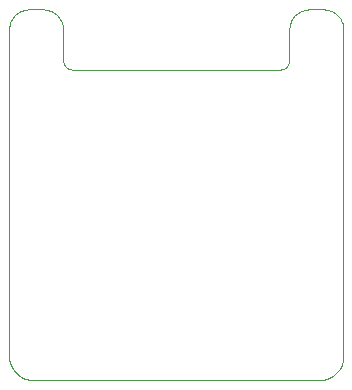
<source format=gko>
%TF.GenerationSoftware,KiCad,Pcbnew,4.0.7*%
%TF.CreationDate,2018-05-06T16:09:47+02:00*%
%TF.ProjectId,OLEDModule,4F4C45444D6F64756C652E6B69636164,rev?*%
%TF.FileFunction,Profile,NP*%
%FSLAX46Y46*%
G04 Gerber Fmt 4.6, Leading zero omitted, Abs format (unit mm)*
G04 Created by KiCad (PCBNEW 4.0.7) date 05/06/18 16:09:47*
%MOMM*%
%LPD*%
G01*
G04 APERTURE LIST*
%ADD10C,0.100000*%
G04 APERTURE END LIST*
D10*
X-23385451Y-34992733D02*
X-22157272Y-34992733D01*
X-24321979Y-34992733D02*
X-23385451Y-34992733D01*
X-25006390Y-34992733D02*
X-24321979Y-34992733D01*
X-25478219Y-34992733D02*
X-25006390Y-34992733D01*
X-25777001Y-34992733D02*
X-25478219Y-34992733D01*
X-25942272Y-34992733D02*
X-25777001Y-34992733D01*
X-26013567Y-34992733D02*
X-25942272Y-34992733D01*
X-26030419Y-34992733D02*
X-26013567Y-34992733D01*
X-26030869Y-34992733D02*
X-26030419Y-34992733D01*
X-26032473Y-34992733D02*
X-26030869Y-34992733D01*
X-26037950Y-34992733D02*
X-26032473Y-34992733D01*
X-26049686Y-34992733D02*
X-26037950Y-34992733D01*
X-26070067Y-34992733D02*
X-26049686Y-34992733D01*
X-26101480Y-34992733D02*
X-26070067Y-34992733D01*
X-26146311Y-34992733D02*
X-26101480Y-34992733D01*
X-26206947Y-34992733D02*
X-26146311Y-34992733D01*
X-26285760Y-34992729D02*
X-26206947Y-34992733D01*
X-26383492Y-34992110D02*
X-26285760Y-34992729D01*
X-26497678Y-34989081D02*
X-26383492Y-34992110D01*
X-26625480Y-34981707D02*
X-26497678Y-34989081D01*
X-26764060Y-34968055D02*
X-26625480Y-34981707D01*
X-26910580Y-34946188D02*
X-26764060Y-34968055D01*
X-27062201Y-34914174D02*
X-26910580Y-34946188D01*
X-27216086Y-34870077D02*
X-27062201Y-34914174D01*
X-27369396Y-34811963D02*
X-27216086Y-34870077D01*
X-27519442Y-34738272D02*
X-27369396Y-34811963D01*
X-27664415Y-34649664D02*
X-27519442Y-34738272D01*
X-27802833Y-34547622D02*
X-27664415Y-34649664D01*
X-27933211Y-34433629D02*
X-27802833Y-34547622D01*
X-28054069Y-34309166D02*
X-27933211Y-34433629D01*
X-28163923Y-34175717D02*
X-28054069Y-34309166D01*
X-28261291Y-34034765D02*
X-28163923Y-34175717D01*
X-28344689Y-33887791D02*
X-28261291Y-34034765D01*
X-28412704Y-33736306D02*
X-28344689Y-33887791D01*
X-28465540Y-33582461D02*
X-28412704Y-33736306D01*
X-28505056Y-33429065D02*
X-28465540Y-33582461D01*
X-28533187Y-33278957D02*
X-28505056Y-33429065D01*
X-28551868Y-33134973D02*
X-28533187Y-33278957D01*
X-28563033Y-32999953D02*
X-28551868Y-33134973D01*
X-28568617Y-32876734D02*
X-28563033Y-32999953D01*
X-28570553Y-32768155D02*
X-28568617Y-32876734D01*
X-28570777Y-32677044D02*
X-28570553Y-32768155D01*
X-28570777Y-32597314D02*
X-28570777Y-32677044D01*
X-28570777Y-32497502D02*
X-28570777Y-32597314D01*
X-28570777Y-32341663D02*
X-28570777Y-32497502D01*
X-28570777Y-32093849D02*
X-28570777Y-32341663D01*
X-28570777Y-31718115D02*
X-28570777Y-32093849D01*
X-28570777Y-31178515D02*
X-28570777Y-31718115D01*
X-28570777Y-30439100D02*
X-28570777Y-31178515D01*
X-28570777Y-29463926D02*
X-28570777Y-30439100D01*
X-28570777Y-28223942D02*
X-28570777Y-29463926D01*
X-28570777Y-26752648D02*
X-28570777Y-28223942D01*
X-28570777Y-25116855D02*
X-28570777Y-26752648D01*
X-28570777Y-23383682D02*
X-28570777Y-25116855D01*
X-28570777Y-21620250D02*
X-28570777Y-23383682D01*
X-28570777Y-19893679D02*
X-28570777Y-21620250D01*
X-28570777Y-18271089D02*
X-28570777Y-19893679D01*
X-28570777Y-16819601D02*
X-28570777Y-18271089D01*
X-28570777Y-15605548D02*
X-28570777Y-16819601D01*
X-28570777Y-14656141D02*
X-28570777Y-15605548D01*
X-28570777Y-13942204D02*
X-28570777Y-14656141D01*
X-28570777Y-13430179D02*
X-28570777Y-13942204D01*
X-28570777Y-13086504D02*
X-28570777Y-13430179D01*
X-28570777Y-12877620D02*
X-28570777Y-13086504D01*
X-28570777Y-12769966D02*
X-28570777Y-12877620D01*
X-28570777Y-12729983D02*
X-28570777Y-12769966D01*
X-28570777Y-12724110D02*
X-28570777Y-12729983D01*
X-28570777Y-12723025D02*
X-28570777Y-12724110D01*
X-28570777Y-12715214D02*
X-28570777Y-12723025D01*
X-28570777Y-12693836D02*
X-28570777Y-12715214D01*
X-28570777Y-12652054D02*
X-28570777Y-12693836D01*
X-28570777Y-12583028D02*
X-28570777Y-12652054D01*
X-28570777Y-12479919D02*
X-28570777Y-12583028D01*
X-28570777Y-12335888D02*
X-28570777Y-12479919D01*
X-28570777Y-12144096D02*
X-28570777Y-12335888D01*
X-28570777Y-11898468D02*
X-28570777Y-12144096D01*
X-28570777Y-11604054D02*
X-28570777Y-11898468D01*
X-28570777Y-11274324D02*
X-28570777Y-11604054D01*
X-28570777Y-10922955D02*
X-28570777Y-11274324D01*
X-28570777Y-10563627D02*
X-28570777Y-10922955D01*
X-28570777Y-10210016D02*
X-28570777Y-10563627D01*
X-28570777Y-9875802D02*
X-28570777Y-10210016D01*
X-28570777Y-9574661D02*
X-28570777Y-9875802D01*
X-28570777Y-9320230D02*
X-28570777Y-9574661D01*
X-28570777Y-9119956D02*
X-28570777Y-9320230D01*
X-28570777Y-8968564D02*
X-28570777Y-9119956D01*
X-28570777Y-8859216D02*
X-28570777Y-8968564D01*
X-28570777Y-8785071D02*
X-28570777Y-8859216D01*
X-28570777Y-8739291D02*
X-28570777Y-8785071D01*
X-28570777Y-8715037D02*
X-28570777Y-8739291D01*
X-28570777Y-8705470D02*
X-28570777Y-8715037D01*
X-28570777Y-8703752D02*
X-28570777Y-8705470D01*
X-28570777Y-8703230D02*
X-28570777Y-8703752D01*
X-28570777Y-8698435D02*
X-28570777Y-8703230D01*
X-28570777Y-8684350D02*
X-28570777Y-8698435D01*
X-28570777Y-8655961D02*
X-28570777Y-8684350D01*
X-28570777Y-8608254D02*
X-28570777Y-8655961D01*
X-28570777Y-8536212D02*
X-28570777Y-8608254D01*
X-28570777Y-8434823D02*
X-28570777Y-8536212D01*
X-28570777Y-8299071D02*
X-28570777Y-8434823D01*
X-28570777Y-8124210D02*
X-28570777Y-8299071D01*
X-28570777Y-7912471D02*
X-28570777Y-8124210D01*
X-28570777Y-7673522D02*
X-28570777Y-7912471D01*
X-28570777Y-7417391D02*
X-28570777Y-7673522D01*
X-28570777Y-7154108D02*
X-28570777Y-7417391D01*
X-28570777Y-6893702D02*
X-28570777Y-7154108D01*
X-28570777Y-6646203D02*
X-28570777Y-6893702D01*
X-28570777Y-6421640D02*
X-28570777Y-6646203D01*
X-28570777Y-6230039D02*
X-28570777Y-6421640D01*
X-28570777Y-6077668D02*
X-28570777Y-6230039D01*
X-28570777Y-5959568D02*
X-28570777Y-6077668D01*
X-28570777Y-5868695D02*
X-28570777Y-5959568D01*
X-28570777Y-5798005D02*
X-28570777Y-5868695D01*
X-28570777Y-5740452D02*
X-28570777Y-5798005D01*
X-28570777Y-5688994D02*
X-28570777Y-5740452D01*
X-28570777Y-5636586D02*
X-28570777Y-5688994D01*
X-28570777Y-5576183D02*
X-28570777Y-5636586D01*
X-28570674Y-5501333D02*
X-28570777Y-5576183D01*
X-28569378Y-5411256D02*
X-28570674Y-5501333D01*
X-28565251Y-5308333D02*
X-28569378Y-5411256D01*
X-28556646Y-5194976D02*
X-28565251Y-5308333D01*
X-28541918Y-5073601D02*
X-28556646Y-5194976D01*
X-28519422Y-4946620D02*
X-28541918Y-5073601D01*
X-28487513Y-4816447D02*
X-28519422Y-4946620D01*
X-28444546Y-4685497D02*
X-28487513Y-4816447D01*
X-28388894Y-4556175D02*
X-28444546Y-4685497D01*
X-28320030Y-4430453D02*
X-28388894Y-4556175D01*
X-28239079Y-4309645D02*
X-28320030Y-4430453D01*
X-28147301Y-4195012D02*
X-28239079Y-4309645D01*
X-28045957Y-4087815D02*
X-28147301Y-4195012D01*
X-27936309Y-3989316D02*
X-28045957Y-4087815D01*
X-27819618Y-3900775D02*
X-27936309Y-3989316D01*
X-27697144Y-3823453D02*
X-27819618Y-3900775D01*
X-27570148Y-3758612D02*
X-27697144Y-3823453D01*
X-27440066Y-3707074D02*
X-27570148Y-3758612D01*
X-27309099Y-3667727D02*
X-27440066Y-3707074D01*
X-27179662Y-3638927D02*
X-27309099Y-3667727D01*
X-27054168Y-3619027D02*
X-27179662Y-3638927D01*
X-26935031Y-3606383D02*
X-27054168Y-3619027D01*
X-26824665Y-3599349D02*
X-26935031Y-3606383D01*
X-26725484Y-3596280D02*
X-26824665Y-3599349D01*
X-26639902Y-3595530D02*
X-26725484Y-3596280D01*
X-26570165Y-3595511D02*
X-26639902Y-3595530D01*
X-26515909Y-3595511D02*
X-26570165Y-3595511D01*
X-26474710Y-3595511D02*
X-26515909Y-3595511D01*
X-26444085Y-3595511D02*
X-26474710Y-3595511D01*
X-26421555Y-3595511D02*
X-26444085Y-3595511D01*
X-26404637Y-3595511D02*
X-26421555Y-3595511D01*
X-26390850Y-3595511D02*
X-26404637Y-3595511D01*
X-26377714Y-3595511D02*
X-26390850Y-3595511D01*
X-26362752Y-3595511D02*
X-26377714Y-3595511D01*
X-26344474Y-3595511D02*
X-26362752Y-3595511D01*
X-26323508Y-3595511D02*
X-26344474Y-3595511D01*
X-26300758Y-3595511D02*
X-26323508Y-3595511D01*
X-26277126Y-3595511D02*
X-26300758Y-3595511D01*
X-26253517Y-3595511D02*
X-26277126Y-3595511D01*
X-26230833Y-3595511D02*
X-26253517Y-3595511D01*
X-26209978Y-3595511D02*
X-26230833Y-3595511D01*
X-26191856Y-3595511D02*
X-26209978Y-3595511D01*
X-26177039Y-3595511D02*
X-26191856Y-3595511D01*
X-26163928Y-3595511D02*
X-26177039Y-3595511D01*
X-26150046Y-3595511D02*
X-26163928Y-3595511D01*
X-26132910Y-3595511D02*
X-26150046Y-3595511D01*
X-26110040Y-3595511D02*
X-26132910Y-3595511D01*
X-26078954Y-3595511D02*
X-26110040Y-3595511D01*
X-26037170Y-3595511D02*
X-26078954Y-3595511D01*
X-25982209Y-3595511D02*
X-26037170Y-3595511D01*
X-25911667Y-3595538D02*
X-25982209Y-3595511D01*
X-25825361Y-3596363D02*
X-25911667Y-3595538D01*
X-25725574Y-3599588D02*
X-25825361Y-3596363D01*
X-25614722Y-3606860D02*
X-25725574Y-3599588D01*
X-25495217Y-3619822D02*
X-25614722Y-3606860D01*
X-25369474Y-3640121D02*
X-25495217Y-3619822D01*
X-25239906Y-3669402D02*
X-25369474Y-3640121D01*
X-25108928Y-3709309D02*
X-25239906Y-3669402D01*
X-24978953Y-3761488D02*
X-25108928Y-3709309D01*
X-24852151Y-3826972D02*
X-24978953Y-3761488D01*
X-24729933Y-3904874D02*
X-24852151Y-3826972D01*
X-24613560Y-3993934D02*
X-24729933Y-3904874D01*
X-24504292Y-4092889D02*
X-24613560Y-3993934D01*
X-24403390Y-4200480D02*
X-24504292Y-4092889D01*
X-24312116Y-4315445D02*
X-24403390Y-4200480D01*
X-24231730Y-4436523D02*
X-24312116Y-4315445D01*
X-24163494Y-4562453D02*
X-24231730Y-4436523D01*
X-24108499Y-4691908D02*
X-24163494Y-4562453D01*
X-24066114Y-4822875D02*
X-24108499Y-4691908D01*
X-24034707Y-4952945D02*
X-24066114Y-4822875D01*
X-24012632Y-5079706D02*
X-24034707Y-4952945D01*
X-23998244Y-5200742D02*
X-24012632Y-5079706D01*
X-23989898Y-5313641D02*
X-23998244Y-5200742D01*
X-23985948Y-5415988D02*
X-23989898Y-5313641D01*
X-23984749Y-5505370D02*
X-23985948Y-5415988D01*
X-23984666Y-5579418D02*
X-23984749Y-5505370D01*
X-23984666Y-5638609D02*
X-23984666Y-5579418D01*
X-23984666Y-5687892D02*
X-23984666Y-5638609D01*
X-23984666Y-5732613D02*
X-23984666Y-5687892D01*
X-23984666Y-5778113D02*
X-23984666Y-5732613D01*
X-23984666Y-5829736D02*
X-23984666Y-5778113D01*
X-23984666Y-5892825D02*
X-23984666Y-5829736D01*
X-23984666Y-5972724D02*
X-23984666Y-5892825D01*
X-23984666Y-6074775D02*
X-23984666Y-5972724D01*
X-23984666Y-6202606D02*
X-23984666Y-6074775D01*
X-23984666Y-6351895D02*
X-23984666Y-6202606D01*
X-23984666Y-6516013D02*
X-23984666Y-6351895D01*
X-23984666Y-6688334D02*
X-23984666Y-6516013D01*
X-23984666Y-6862230D02*
X-23984666Y-6688334D01*
X-23984666Y-7031074D02*
X-23984666Y-6862230D01*
X-23984666Y-7188239D02*
X-23984666Y-7031074D01*
X-23984666Y-7327098D02*
X-23984666Y-7188239D01*
X-23984666Y-7441365D02*
X-23984666Y-7327098D01*
X-23984666Y-7530455D02*
X-23984666Y-7441365D01*
X-23984666Y-7598480D02*
X-23984666Y-7530455D01*
X-23984666Y-7649693D02*
X-23984666Y-7598480D01*
X-23984666Y-7688347D02*
X-23984666Y-7649693D01*
X-23984666Y-7718695D02*
X-23984666Y-7688347D01*
X-23984666Y-7744991D02*
X-23984666Y-7718695D01*
X-23984666Y-7771488D02*
X-23984666Y-7744991D01*
X-23984665Y-7802431D02*
X-23984666Y-7771488D01*
X-23984448Y-7840561D02*
X-23984665Y-7802431D01*
X-23983320Y-7885223D02*
X-23984448Y-7840561D01*
X-23980519Y-7935302D02*
X-23983320Y-7885223D01*
X-23975284Y-7989678D02*
X-23980519Y-7935302D01*
X-23966852Y-8047235D02*
X-23975284Y-7989678D01*
X-23954462Y-8106856D02*
X-23966852Y-8047235D01*
X-23937353Y-8167423D02*
X-23954462Y-8106856D01*
X-23914762Y-8227818D02*
X-23937353Y-8167423D01*
X-23886053Y-8286974D02*
X-23914762Y-8227818D01*
X-23851443Y-8344162D02*
X-23886053Y-8286974D01*
X-23811516Y-8398797D02*
X-23851443Y-8344162D01*
X-23766855Y-8450297D02*
X-23811516Y-8398797D01*
X-23718043Y-8498077D02*
X-23766855Y-8450297D01*
X-23665664Y-8541553D02*
X-23718043Y-8498077D01*
X-23610303Y-8580142D02*
X-23665664Y-8541553D01*
X-23552542Y-8613260D02*
X-23610303Y-8580142D01*
X-23492974Y-8640343D02*
X-23552542Y-8613260D01*
X-23432425Y-8661422D02*
X-23492974Y-8640343D01*
X-23371998Y-8677219D02*
X-23432425Y-8661422D01*
X-23312811Y-8688497D02*
X-23371998Y-8677219D01*
X-23255980Y-8696017D02*
X-23312811Y-8688497D01*
X-23202623Y-8700541D02*
X-23255980Y-8696017D01*
X-23153857Y-8702829D02*
X-23202623Y-8700541D01*
X-23110800Y-8703644D02*
X-23153857Y-8702829D01*
X-23074567Y-8703748D02*
X-23110800Y-8703644D01*
X-23039984Y-8703748D02*
X-23074567Y-8703748D01*
X-22981185Y-8703748D02*
X-23039984Y-8703748D01*
X-22868059Y-8703748D02*
X-22981185Y-8703748D01*
X-22670496Y-8703748D02*
X-22868059Y-8703748D01*
X-22358384Y-8703748D02*
X-22670496Y-8703748D01*
X-21901612Y-8703748D02*
X-22358384Y-8703748D01*
X-21270070Y-8703748D02*
X-21901612Y-8703748D01*
X-20433645Y-8703748D02*
X-21270070Y-8703748D01*
X-19367039Y-8703748D02*
X-20433645Y-8703748D01*
X-18096678Y-8703748D02*
X-19367039Y-8703748D01*
X-16680459Y-8703748D02*
X-18096678Y-8703748D01*
X-15176725Y-8703748D02*
X-16680459Y-8703748D01*
X-13643819Y-8703748D02*
X-15176725Y-8703748D01*
X-12140085Y-8703748D02*
X-13643819Y-8703748D01*
X-10723865Y-8703748D02*
X-12140085Y-8703748D01*
X-9453504Y-8703748D02*
X-10723865Y-8703748D01*
X-8386898Y-8703748D02*
X-9453504Y-8703748D01*
X-7550474Y-8703748D02*
X-8386898Y-8703748D01*
X-6918931Y-8703748D02*
X-7550474Y-8703748D01*
X-6462160Y-8703748D02*
X-6918931Y-8703748D01*
X-6150048Y-8703748D02*
X-6462160Y-8703748D01*
X-5952484Y-8703748D02*
X-6150048Y-8703748D01*
X-5839359Y-8703748D02*
X-5952484Y-8703748D01*
X-5780560Y-8703748D02*
X-5839359Y-8703748D01*
X-5745976Y-8703748D02*
X-5780560Y-8703748D01*
X-5709744Y-8703644D02*
X-5745976Y-8703748D01*
X-5666687Y-8702829D02*
X-5709744Y-8703644D01*
X-5617921Y-8700541D02*
X-5666687Y-8702829D01*
X-5564564Y-8696017D02*
X-5617921Y-8700541D01*
X-5507733Y-8688497D02*
X-5564564Y-8696017D01*
X-5448545Y-8677219D02*
X-5507733Y-8688497D01*
X-5388118Y-8661422D02*
X-5448545Y-8677219D01*
X-5327570Y-8640343D02*
X-5388118Y-8661422D01*
X-5268001Y-8613260D02*
X-5327570Y-8640343D01*
X-5210241Y-8580142D02*
X-5268001Y-8613260D01*
X-5154879Y-8541553D02*
X-5210241Y-8580142D01*
X-5102501Y-8498077D02*
X-5154879Y-8541553D01*
X-5053689Y-8450297D02*
X-5102501Y-8498077D01*
X-5009028Y-8398797D02*
X-5053689Y-8450297D01*
X-4969100Y-8344162D02*
X-5009028Y-8398797D01*
X-4934490Y-8286974D02*
X-4969100Y-8344162D01*
X-4905781Y-8227818D02*
X-4934490Y-8286974D01*
X-4883191Y-8167423D02*
X-4905781Y-8227818D01*
X-4866082Y-8106856D02*
X-4883191Y-8167423D01*
X-4853692Y-8047235D02*
X-4866082Y-8106856D01*
X-4845260Y-7989678D02*
X-4853692Y-8047235D01*
X-4840024Y-7935302D02*
X-4845260Y-7989678D01*
X-4837223Y-7885223D02*
X-4840024Y-7935302D01*
X-4836095Y-7840561D02*
X-4837223Y-7885223D01*
X-4835879Y-7802431D02*
X-4836095Y-7840561D01*
X-4835878Y-7771488D02*
X-4835879Y-7802431D01*
X-4835878Y-7744991D02*
X-4835878Y-7771488D01*
X-4835878Y-7718695D02*
X-4835878Y-7744991D01*
X-4835878Y-7688347D02*
X-4835878Y-7718695D01*
X-4835878Y-7649693D02*
X-4835878Y-7688347D01*
X-4835878Y-7598480D02*
X-4835878Y-7649693D01*
X-4835878Y-7530455D02*
X-4835878Y-7598480D01*
X-4835878Y-7441365D02*
X-4835878Y-7530455D01*
X-4835878Y-7327098D02*
X-4835878Y-7441365D01*
X-4835878Y-7188239D02*
X-4835878Y-7327098D01*
X-4835878Y-7031074D02*
X-4835878Y-7188239D01*
X-4835878Y-6862230D02*
X-4835878Y-7031074D01*
X-4835878Y-6688334D02*
X-4835878Y-6862230D01*
X-4835878Y-6516013D02*
X-4835878Y-6688334D01*
X-4835878Y-6351895D02*
X-4835878Y-6516013D01*
X-4835878Y-6202606D02*
X-4835878Y-6351895D01*
X-4835878Y-6074775D02*
X-4835878Y-6202606D01*
X-4835878Y-5972724D02*
X-4835878Y-6074775D01*
X-4835878Y-5892825D02*
X-4835878Y-5972724D01*
X-4835878Y-5829736D02*
X-4835878Y-5892825D01*
X-4835878Y-5778113D02*
X-4835878Y-5829736D01*
X-4835878Y-5732613D02*
X-4835878Y-5778113D01*
X-4835878Y-5687892D02*
X-4835878Y-5732613D01*
X-4835878Y-5638609D02*
X-4835878Y-5687892D01*
X-4835878Y-5579418D02*
X-4835878Y-5638609D01*
X-4835794Y-5505370D02*
X-4835878Y-5579418D01*
X-4834596Y-5415988D02*
X-4835794Y-5505370D01*
X-4830646Y-5313641D02*
X-4834596Y-5415988D01*
X-4822299Y-5200742D02*
X-4830646Y-5313641D01*
X-4807911Y-5079706D02*
X-4822299Y-5200742D01*
X-4785836Y-4952945D02*
X-4807911Y-5079706D01*
X-4754429Y-4822875D02*
X-4785836Y-4952945D01*
X-4712044Y-4691908D02*
X-4754429Y-4822875D01*
X-4657049Y-4562453D02*
X-4712044Y-4691908D01*
X-4588813Y-4436523D02*
X-4657049Y-4562453D01*
X-4508428Y-4315445D02*
X-4588813Y-4436523D01*
X-4417154Y-4200480D02*
X-4508428Y-4315445D01*
X-4316252Y-4092889D02*
X-4417154Y-4200480D01*
X-4206984Y-3993934D02*
X-4316252Y-4092889D01*
X-4090610Y-3904874D02*
X-4206984Y-3993934D01*
X-3968392Y-3826972D02*
X-4090610Y-3904874D01*
X-3841591Y-3761488D02*
X-3968392Y-3826972D01*
X-3711615Y-3709309D02*
X-3841591Y-3761488D01*
X-3580637Y-3669402D02*
X-3711615Y-3709309D01*
X-3451070Y-3640121D02*
X-3580637Y-3669402D01*
X-3325326Y-3619822D02*
X-3451070Y-3640121D01*
X-3205822Y-3606860D02*
X-3325326Y-3619822D01*
X-3094969Y-3599588D02*
X-3205822Y-3606860D01*
X-2995183Y-3596363D02*
X-3094969Y-3599588D01*
X-2908877Y-3595538D02*
X-2995183Y-3596363D01*
X-2838335Y-3595511D02*
X-2908877Y-3595538D01*
X-2783373Y-3595511D02*
X-2838335Y-3595511D01*
X-2741590Y-3595511D02*
X-2783373Y-3595511D01*
X-2710504Y-3595511D02*
X-2741590Y-3595511D01*
X-2687633Y-3595511D02*
X-2710504Y-3595511D01*
X-2670497Y-3595511D02*
X-2687633Y-3595511D01*
X-2656613Y-3595511D02*
X-2670497Y-3595511D01*
X-2643502Y-3595511D02*
X-2656613Y-3595511D01*
X-2628684Y-3595511D02*
X-2643502Y-3595511D01*
X-2610560Y-3595511D02*
X-2628684Y-3595511D01*
X-2589703Y-3595511D02*
X-2610560Y-3595511D01*
X-2567018Y-3595511D02*
X-2589703Y-3595511D01*
X-2543407Y-3595511D02*
X-2567018Y-3595511D01*
X-2519773Y-3595511D02*
X-2543407Y-3595511D01*
X-2497021Y-3595511D02*
X-2519773Y-3595511D01*
X-2476054Y-3595511D02*
X-2497021Y-3595511D01*
X-2457774Y-3595511D02*
X-2476054Y-3595511D01*
X-2442811Y-3595511D02*
X-2457774Y-3595511D01*
X-2429673Y-3595511D02*
X-2442811Y-3595511D01*
X-2415886Y-3595511D02*
X-2429673Y-3595511D01*
X-2398968Y-3595511D02*
X-2415886Y-3595511D01*
X-2376437Y-3595511D02*
X-2398968Y-3595511D01*
X-2345813Y-3595511D02*
X-2376437Y-3595511D01*
X-2304614Y-3595511D02*
X-2345813Y-3595511D01*
X-2250359Y-3595511D02*
X-2304614Y-3595511D01*
X-2180622Y-3595530D02*
X-2250359Y-3595511D01*
X-2095041Y-3596280D02*
X-2180622Y-3595530D01*
X-1995861Y-3599349D02*
X-2095041Y-3596280D01*
X-1885496Y-3606383D02*
X-1995861Y-3599349D01*
X-1766361Y-3619027D02*
X-1885496Y-3606383D01*
X-1640868Y-3638926D02*
X-1766361Y-3619027D01*
X-1511432Y-3667727D02*
X-1640868Y-3638926D01*
X-1380467Y-3707073D02*
X-1511432Y-3667727D01*
X-1250386Y-3758610D02*
X-1380467Y-3707073D01*
X-1123391Y-3823451D02*
X-1250386Y-3758610D01*
X-1000918Y-3900772D02*
X-1123391Y-3823451D01*
X-884228Y-3989312D02*
X-1000918Y-3900772D01*
X-774581Y-4087810D02*
X-884228Y-3989312D01*
X-673238Y-4195006D02*
X-774581Y-4087810D01*
X-581461Y-4309638D02*
X-673238Y-4195006D01*
X-500511Y-4430445D02*
X-581461Y-4309638D01*
X-431648Y-4556166D02*
X-500511Y-4430445D01*
X-375997Y-4685486D02*
X-431648Y-4556166D01*
X-333030Y-4816435D02*
X-375997Y-4685486D01*
X-301121Y-4946606D02*
X-333030Y-4816435D01*
X-278625Y-5073586D02*
X-301121Y-4946606D01*
X-263898Y-5194960D02*
X-278625Y-5073586D01*
X-255293Y-5308316D02*
X-263898Y-5194960D01*
X-251165Y-5411238D02*
X-255293Y-5308316D01*
X-249870Y-5501314D02*
X-251165Y-5411238D01*
X-249767Y-5576163D02*
X-249870Y-5501314D01*
X-249767Y-5636566D02*
X-249767Y-5576163D01*
X-249767Y-5688974D02*
X-249767Y-5636566D01*
X-249767Y-5740432D02*
X-249767Y-5688974D01*
X-249767Y-5797984D02*
X-249767Y-5740432D01*
X-249767Y-5868675D02*
X-249767Y-5797984D01*
X-249767Y-5959548D02*
X-249767Y-5868675D01*
X-249767Y-6077649D02*
X-249767Y-5959548D01*
X-249767Y-6230021D02*
X-249767Y-6077649D01*
X-249767Y-6421623D02*
X-249767Y-6230021D01*
X-249767Y-6646188D02*
X-249767Y-6421623D01*
X-249767Y-6893689D02*
X-249767Y-6646188D01*
X-249767Y-7154096D02*
X-249767Y-6893689D01*
X-249767Y-7417381D02*
X-249767Y-7154096D01*
X-249767Y-7673514D02*
X-249767Y-7417381D01*
X-249767Y-7912465D02*
X-249767Y-7673514D01*
X-249767Y-8124206D02*
X-249767Y-7912465D01*
X-249767Y-8299068D02*
X-249767Y-8124206D01*
X-249767Y-8434821D02*
X-249767Y-8299068D01*
X-249767Y-8536211D02*
X-249767Y-8434821D01*
X-249767Y-8608253D02*
X-249767Y-8536211D01*
X-249767Y-8655961D02*
X-249767Y-8608253D01*
X-249767Y-8684350D02*
X-249767Y-8655961D01*
X-249767Y-8698435D02*
X-249767Y-8684350D01*
X-249767Y-8703230D02*
X-249767Y-8698435D01*
X-249767Y-8703752D02*
X-249767Y-8703230D01*
X-249767Y-8705470D02*
X-249767Y-8703752D01*
X-249767Y-8715037D02*
X-249767Y-8705470D01*
X-249767Y-8739291D02*
X-249767Y-8715037D01*
X-249767Y-8785071D02*
X-249767Y-8739291D01*
X-249767Y-8859216D02*
X-249767Y-8785071D01*
X-249767Y-8968564D02*
X-249767Y-8859216D01*
X-249767Y-9119956D02*
X-249767Y-8968564D01*
X-249767Y-9320230D02*
X-249767Y-9119956D01*
X-249767Y-9574661D02*
X-249767Y-9320230D01*
X-249767Y-9875802D02*
X-249767Y-9574661D01*
X-249767Y-10210016D02*
X-249767Y-9875802D01*
X-249767Y-10563627D02*
X-249767Y-10210016D01*
X-249767Y-10922955D02*
X-249767Y-10563627D01*
X-249767Y-11274324D02*
X-249767Y-10922955D01*
X-249767Y-11604054D02*
X-249767Y-11274324D01*
X-249767Y-11898468D02*
X-249767Y-11604054D01*
X-249767Y-12144096D02*
X-249767Y-11898468D01*
X-249767Y-12335888D02*
X-249767Y-12144096D01*
X-249767Y-12479919D02*
X-249767Y-12335888D01*
X-249767Y-12583028D02*
X-249767Y-12479919D01*
X-249767Y-12652054D02*
X-249767Y-12583028D01*
X-249767Y-12693836D02*
X-249767Y-12652054D01*
X-249767Y-12715214D02*
X-249767Y-12693836D01*
X-249767Y-12723025D02*
X-249767Y-12715214D01*
X-249767Y-12724110D02*
X-249767Y-12723025D01*
X-249767Y-12729983D02*
X-249767Y-12724110D01*
X-249767Y-12769966D02*
X-249767Y-12729983D01*
X-249767Y-12877620D02*
X-249767Y-12769966D01*
X-249767Y-13086504D02*
X-249767Y-12877620D01*
X-249767Y-13430179D02*
X-249767Y-13086504D01*
X-249767Y-13942204D02*
X-249767Y-13430179D01*
X-249767Y-14656141D02*
X-249767Y-13942204D01*
X-249767Y-15605548D02*
X-249767Y-14656141D01*
X-249767Y-16819601D02*
X-249767Y-15605548D01*
X-249767Y-18271089D02*
X-249767Y-16819601D01*
X-249767Y-19893679D02*
X-249767Y-18271089D01*
X-249767Y-21620250D02*
X-249767Y-19893679D01*
X-249767Y-23383682D02*
X-249767Y-21620250D01*
X-249767Y-25116855D02*
X-249767Y-23383682D01*
X-249767Y-26752648D02*
X-249767Y-25116855D01*
X-249767Y-28223942D02*
X-249767Y-26752648D01*
X-249767Y-29463926D02*
X-249767Y-28223942D01*
X-249767Y-30439100D02*
X-249767Y-29463926D01*
X-249767Y-31178515D02*
X-249767Y-30439100D01*
X-249767Y-31718115D02*
X-249767Y-31178515D01*
X-249767Y-32093849D02*
X-249767Y-31718115D01*
X-249767Y-32341663D02*
X-249767Y-32093849D01*
X-249767Y-32497502D02*
X-249767Y-32341663D01*
X-249767Y-32597314D02*
X-249767Y-32497502D01*
X-249767Y-32677044D02*
X-249767Y-32597314D01*
X-249990Y-32768155D02*
X-249767Y-32677044D01*
X-251927Y-32876734D02*
X-249990Y-32768155D01*
X-257511Y-32999953D02*
X-251927Y-32876734D01*
X-268676Y-33134973D02*
X-257511Y-32999953D01*
X-287357Y-33278957D02*
X-268676Y-33134973D01*
X-315488Y-33429065D02*
X-287357Y-33278957D01*
X-355004Y-33582461D02*
X-315488Y-33429065D01*
X-407840Y-33736306D02*
X-355004Y-33582461D01*
X-475854Y-33887791D02*
X-407840Y-33736306D01*
X-559253Y-34034765D02*
X-475854Y-33887791D01*
X-656620Y-34175717D02*
X-559253Y-34034765D01*
X-766474Y-34309166D02*
X-656620Y-34175717D01*
X-887332Y-34433629D02*
X-766474Y-34309166D01*
X-1017711Y-34547622D02*
X-887332Y-34433629D01*
X-1156128Y-34649664D02*
X-1017711Y-34547622D01*
X-1301101Y-34738272D02*
X-1156128Y-34649664D01*
X-1451147Y-34811963D02*
X-1301101Y-34738272D01*
X-1604457Y-34870077D02*
X-1451147Y-34811963D01*
X-1758342Y-34914174D02*
X-1604457Y-34870077D01*
X-1909964Y-34946188D02*
X-1758342Y-34914174D01*
X-2056483Y-34968055D02*
X-1909964Y-34946188D01*
X-2195063Y-34981707D02*
X-2056483Y-34968055D01*
X-2322865Y-34989081D02*
X-2195063Y-34981707D01*
X-2437052Y-34992110D02*
X-2322865Y-34989081D01*
X-2534784Y-34992729D02*
X-2437052Y-34992110D01*
X-2616422Y-34992733D02*
X-2534784Y-34992729D01*
X-2709795Y-34992733D02*
X-2616422Y-34992733D01*
X-2856711Y-34992733D02*
X-2709795Y-34992733D01*
X-3099093Y-34992733D02*
X-2856711Y-34992733D01*
X-3478861Y-34992733D02*
X-3099093Y-34992733D01*
X-4037936Y-34992733D02*
X-3478861Y-34992733D01*
X-4818241Y-34992733D02*
X-4037936Y-34992733D01*
X-5861697Y-34992733D02*
X-4818241Y-34992733D01*
X-7209143Y-34992733D02*
X-5861697Y-34992733D01*
X-8853087Y-34992733D02*
X-7209143Y-34992733D01*
X-10719335Y-34992733D02*
X-8853087Y-34992733D01*
X-12728816Y-34992733D02*
X-10719335Y-34992733D01*
X-14802461Y-34992733D02*
X-12728816Y-34992733D01*
X-16861199Y-34992733D02*
X-14802461Y-34992733D01*
X-18825960Y-34992733D02*
X-16861199Y-34992733D01*
X-20617674Y-34992733D02*
X-18825960Y-34992733D01*
X-22157272Y-34992733D02*
X-20617674Y-34992733D01*
M02*

</source>
